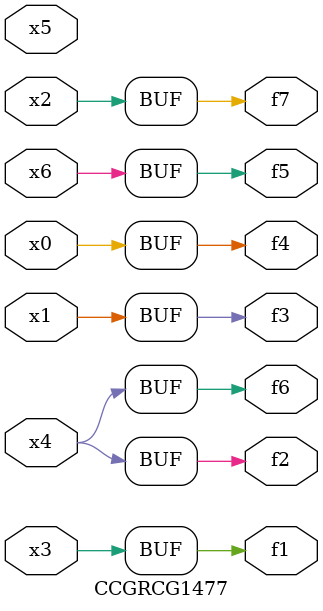
<source format=v>
module CCGRCG1477(
	input x0, x1, x2, x3, x4, x5, x6,
	output f1, f2, f3, f4, f5, f6, f7
);
	assign f1 = x3;
	assign f2 = x4;
	assign f3 = x1;
	assign f4 = x0;
	assign f5 = x6;
	assign f6 = x4;
	assign f7 = x2;
endmodule

</source>
